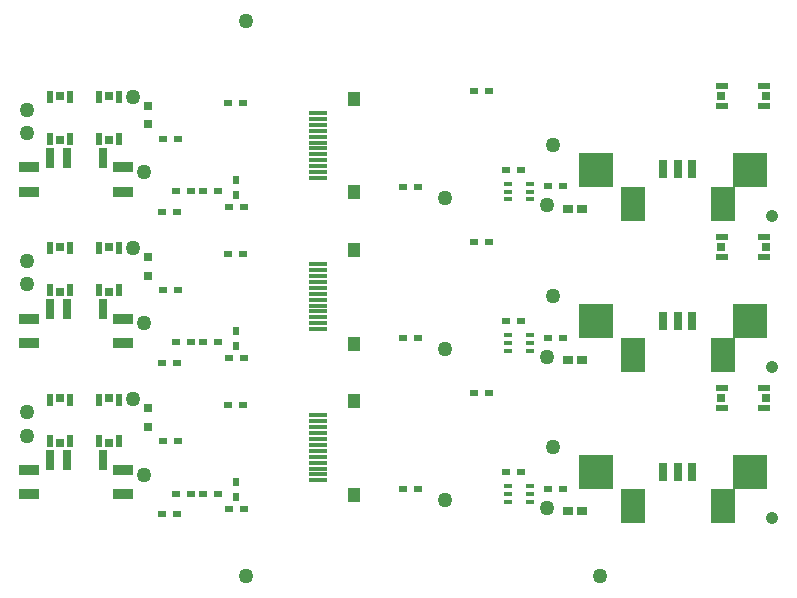
<source format=gbr>
%FSTAX24Y24*%
%MOIN*%
%IN SPASTE2.GBR *%
%ADD10C,0.0420*%
%ADD11C,0.0500*%
%ADD12R,0.0200X0.0250*%
%ADD13R,0.0217X0.0394*%
%ADD14R,0.0217X0.0394*%
%ADD15R,0.0250X0.0200*%
%ADD16R,0.0276X0.0276*%
%ADD17R,0.0295X0.0157*%
%ADD18R,0.0315X0.0315*%
%ADD19R,0.0315X0.0630*%
%ADD20R,0.0315X0.0669*%
%ADD21R,0.0354X0.0276*%
%ADD22R,0.0394X0.0217*%
%ADD23R,0.0394X0.0217*%
%ADD24R,0.0394X0.0512*%
%ADD25R,0.0591X0.0118*%
%ADD26R,0.0669X0.0354*%
%ADD27R,0.0827X0.1181*%
%ADD28R,0.1181X0.1181*%
D11*X007874Y002362D03*Y020866D03*X019685Y002362D03*D15*
X00782Y004588D03*D12*X00754Y004988D03*D15*X00732Y004588D03*
X006943Y005118D03*X01549Y008468D03*X017049Y00583D03*D17*
X017362Y005098D03*D15*X006057Y005118D03*X006443D03*D21*
X018622Y004528D03*X019094D03*D16*X001685Y008307D03*X003335D03*D25*
X010288Y006148D03*D24*X011489Y008205D03*Y005076D03*D19*
X022278Y005841D03*X021786D03*D28*X019572Y005835D03*D15*
X018453Y005276D03*D27*X020782Y0047D03*X023774D03*D28*X02469Y005835D03*
D10*X025412Y004307D03*D15*X005631Y006873D03*X005131D03*D18*
X004621Y007343D03*D15*X013606Y005269D03*X007278Y008072D03*X007778D03*
D12*X00754Y005488D03*D20*X001345Y006228D03*D26*X003805Y005087D03*
Y005913D03*X000656D03*Y005087D03*D13*X00135Y008248D03*D14*X00202D03*
D13*Y00687D03*X003Y008248D03*D14*X003669D03*D13*Y00687D03*D16*
X003335Y006811D03*D14*X003Y00687D03*D16*X001685Y006811D03*D14*
X00135Y00687D03*D22*X023772Y007955D03*X02515Y008625D03*D11*
X01811Y006654D03*X004134Y008268D03*D18*X004621Y007973D03*D11*
X004488Y005752D03*D15*X005557Y005118D03*D20*X003116Y006228D03*D17*
X016614Y004843D03*D15*X013106Y005269D03*D17*X016614Y005354D03*
X017362Y004843D03*D11*X017913Y004646D03*D15*X017953Y005276D03*D17*
X017362Y005354D03*D11*X000591Y007835D03*Y007047D03*D23*
X023772Y008625D03*D19*X02277Y005841D03*D25*X010288Y006739D03*
Y007723D03*Y007133D03*Y005558D03*Y006345D03*D16*X025209Y00829D03*
X023713D03*D23*X02515Y007955D03*D15*X01599Y008468D03*D25*
X010288Y006936D03*Y00733D03*Y007526D03*Y006542D03*Y005755D03*
Y005952D03*D11*X01453Y004897D03*D15*X00508Y004432D03*D17*
X016614Y005098D03*D15*X016549Y00583D03*X00558Y004432D03*D20*
X001935Y006228D03*D15*X00782Y009627D03*D12*X00754Y010027D03*D15*
X00732Y009627D03*X006943Y010157D03*X01549Y013507D03*X017049Y010869D03*
D17*X017362Y010138D03*D15*X006057Y010157D03*X006443D03*D21*
X018622Y009567D03*X019094D03*D16*X001685Y013346D03*X003335D03*D25*
X010288Y011188D03*D24*X011489Y013245D03*Y010115D03*D19*
X022278Y010881D03*X021786D03*D28*X019572Y010874D03*D15*
X018453Y010315D03*D27*X020782Y009739D03*X023774D03*D28*
X02469Y010874D03*D10*X025412Y009346D03*D15*X005631Y011912D03*
X005131D03*D18*X004621Y012382D03*D15*X013606Y010308D03*
X007278Y013111D03*X007778D03*D12*X00754Y010527D03*D20*
X001345Y011268D03*D26*X003805Y010126D03*Y010953D03*X000656D03*
Y010126D03*D13*X00135Y013287D03*D14*X00202D03*D13*Y011909D03*
X003Y013287D03*D14*X003669D03*D13*Y011909D03*D16*X003335Y01185D03*D14*
X003Y011909D03*D16*X001685Y01185D03*D14*X00135Y011909D03*D22*
X023772Y012995D03*X02515Y013664D03*D11*X01811Y011693D03*
X004134Y013307D03*D18*X004621Y013012D03*D11*X004488Y010791D03*D15*
X005557Y010157D03*D20*X003116Y011268D03*D17*X016614Y009882D03*D15*
X013106Y010308D03*D17*X016614Y010394D03*X017362Y009882D03*D11*
X017913Y009685D03*D15*X017953Y010315D03*D17*X017362Y010394D03*D11*
X000591Y012874D03*Y012087D03*D23*X023772Y013664D03*D19*
X02277Y010881D03*D25*X010288Y011778D03*Y012763D03*Y012172D03*
Y010597D03*Y011385D03*D16*X025209Y013329D03*X023713D03*D23*
X02515Y012995D03*D15*X01599Y013507D03*D25*X010288Y011975D03*Y012369D03*
Y012566D03*Y011581D03*Y010794D03*Y010991D03*D11*X01453Y009936D03*D15*
X00508Y009471D03*D17*X016614Y010138D03*D15*X016549Y010869D03*
X00558Y009471D03*D20*X001935Y011268D03*D15*X00782Y014666D03*D12*
X00754Y015066D03*D15*X00732Y014666D03*X006943Y015197D03*
X01549Y018546D03*D17*X017362Y015177D03*D15*X017049Y015909D03*
X006057Y015197D03*X006443D03*D21*X018622Y014606D03*X019094D03*D16*
X001685Y018386D03*X003335D03*D25*X010288Y016227D03*D24*
X011489Y018284D03*Y015154D03*D19*X022278Y01592D03*X021786D03*D28*
X019572Y015913D03*D15*X018453Y015354D03*D27*X020782Y014778D03*
X023774D03*D28*X02469Y015913D03*D10*X025412Y014385D03*D15*
X005631Y016951D03*X005131D03*D18*X004621Y017421D03*D15*
X013606Y015347D03*X007278Y01815D03*X007778D03*D12*X00754Y015566D03*D20*
X001345Y016307D03*D26*X003805Y015165D03*Y015992D03*X000656D03*
Y015165D03*D13*X00135Y018327D03*D14*X00202D03*D13*Y016949D03*
X003Y018327D03*D14*X003669D03*D13*Y016949D03*D16*X003335Y01689D03*D14*
X003Y016949D03*D16*X001685Y01689D03*D14*X00135Y016949D03*D22*
X023772Y018034D03*X02515Y018703D03*D11*X01811Y016732D03*
X004134Y018346D03*D18*X004621Y018051D03*D11*X004488Y015831D03*D15*
X005557Y015197D03*D20*X003116Y016307D03*D17*X016614Y014921D03*D15*
X013106Y015347D03*D17*X016614Y015433D03*X017362Y014921D03*D11*
X017913Y014724D03*D15*X017953Y015354D03*D17*X017362Y015433D03*D11*
X000591Y017913D03*Y017126D03*D23*X023772Y018703D03*D19*X02277Y01592D03*
D25*X010288Y016818D03*Y017802D03*Y017211D03*Y015637D03*Y016424D03*D16*
X025209Y018369D03*X023713D03*D23*X02515Y018034D03*D15*X01599Y018546D03*
D25*X010288Y017015D03*Y017408D03*Y017605D03*Y016621D03*Y015833D03*
Y01603D03*D11*X01453Y014976D03*D15*X00508Y01451D03*D17*
X016614Y015177D03*D15*X016549Y015909D03*X00558Y01451D03*D20*
X001935Y016307D03*
M02*
</source>
